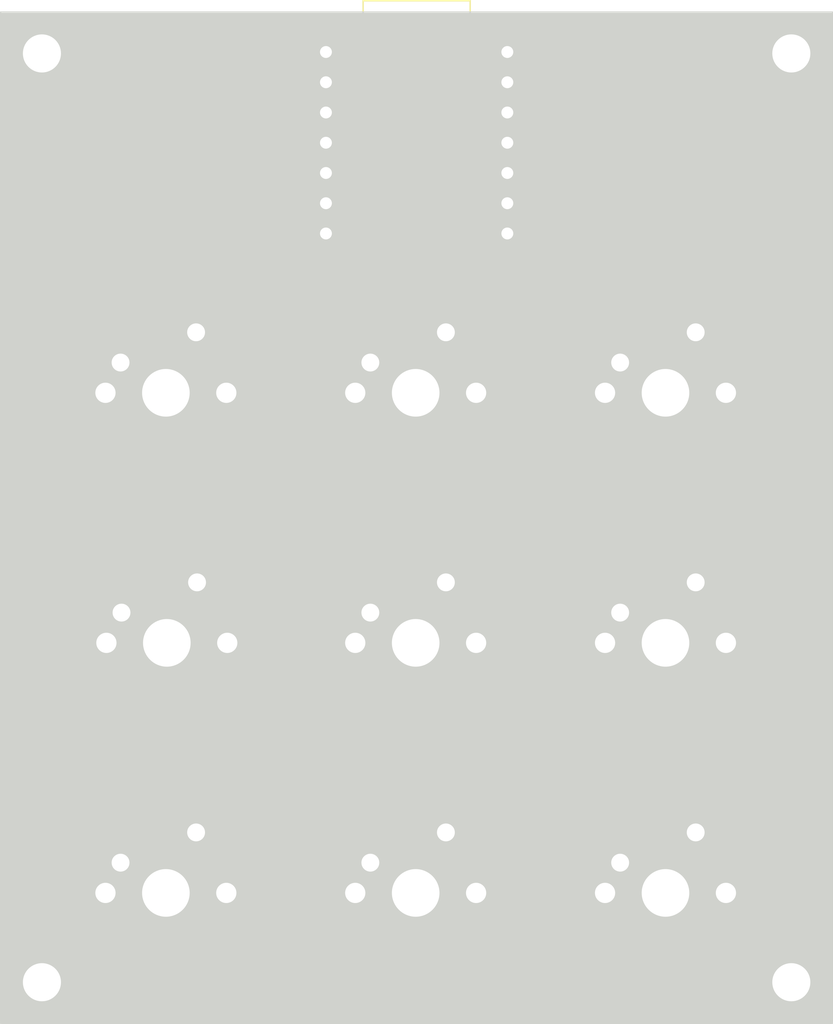
<source format=kicad_pcb>
(kicad_pcb (version 20240108) (generator "pcbnew") (generator_version "8.0")
  (layers (0 "F.Cu" signal) (31 "B.Cu" signal) (34 "B.Paste" user) (35 "F.Paste" user) (36 "B.SilkS" user "B.Silkscreen") (37 "F.SilkS" user "F.Silkscreen") (38 "B.Mask" user) (39 "F.Mask" user) (44 "Edge.Cuts" user))
  (net 0 "")
  (net 1 "GND")
  (net 2 "+5V")
  (net 3 "SW1")
  (net 4 "SW2")
  (net 5 "SW3")
  (net 6 "SW4")
  (net 7 "SW5")
  (net 8 "SW6")
  (net 10 "SW7")
  (net 11 "SW8")
  (net 12 "SW9")
  (footprint "Button_Switch_Keyboard:SW_Cherry_MX_1.00u_PCB" (layer "F.Cu") (at 148.46 104.92)
    (property "Reference" "SW8" (at -2.54 -2.794 0) (layer "F.SilkS"))
    (property "Value" "SW_Push")
    (fp_line (start -9.525 -1.905) (end 4.445 -1.905) (stroke (width 0.12)) (layer "F.SilkS"))
    (fp_line (start -9.525 12.065) (end -9.525 -1.905) (stroke (width 0.12)) (layer "F.SilkS"))
    (fp_line (start 4.445 -1.905) (end 4.445 12.065) (stroke (width 0.12)) (layer "F.SilkS"))
    (fp_line (start 4.445 12.065) (end -9.525 12.065) (stroke (width 0.12)) (layer "F.SilkS"))
    (pad "" np_thru_hole circle (at -7.62 5.08) (size 1.7 1.7) (drill 1.7) (layers "*.Cu" "*.Mask"))
    (pad "" np_thru_hole circle (at -2.54 5.08) (size 4 4) (drill 4) (layers "*.Cu" "*.Mask"))
    (pad "" np_thru_hole circle (at 2.54 5.08) (size 1.7 1.7) (drill 1.7) (layers "*.Cu" "*.Mask"))
    (pad "1" thru_hole circle (at 0 0) (size 2.2 2.2) (drill 1.5) (layers "*.Cu" "*.Mask") (net 11 "SW8"))
    (pad "2" thru_hole circle (at -6.35 2.54) (size 2.2 2.2) (drill 1.5) (layers "*.Cu" "*.Mask") (net 1 "GND"))
  )
  (footprint "Button_Switch_Keyboard:SW_Cherry_MX_1.00u_PCB" (layer "F.Cu") (at 148.46 62.92)
    (property "Reference" "SW2" (at -2.54 -2.794 0) (layer "F.SilkS"))
    (property "Value" "SW_Push")
    (fp_line (start -9.525 -1.905) (end 4.445 -1.905) (stroke (width 0.12)) (layer "F.SilkS"))
    (fp_line (start -9.525 12.065) (end -9.525 -1.905) (stroke (width 0.12)) (layer "F.SilkS"))
    (fp_line (start 4.445 -1.905) (end 4.445 12.065) (stroke (width 0.12)) (layer "F.SilkS"))
    (fp_line (start 4.445 12.065) (end -9.525 12.065) (stroke (width 0.12)) (layer "F.SilkS"))
    (pad "" np_thru_hole circle (at -7.62 5.08) (size 1.7 1.7) (drill 1.7) (layers "*.Cu" "*.Mask"))
    (pad "" np_thru_hole circle (at -2.54 5.08) (size 4 4) (drill 4) (layers "*.Cu" "*.Mask"))
    (pad "" np_thru_hole circle (at 2.54 5.08) (size 1.7 1.7) (drill 1.7) (layers "*.Cu" "*.Mask"))
    (pad "1" thru_hole circle (at 0 0) (size 2.2 2.2) (drill 1.5) (layers "*.Cu" "*.Mask") (net 4 "SW2"))
    (pad "2" thru_hole circle (at -6.35 2.54) (size 2.2 2.2) (drill 1.5) (layers "*.Cu" "*.Mask") (net 1 "GND"))
  )
  (footprint "Button_Switch_Keyboard:SW_Cherry_MX_1.00u_PCB" (layer "F.Cu") (at 127.54 83.92)
    (property "Reference" "SW4" (at -2.54 -2.794 0) (layer "F.SilkS"))
    (property "Value" "SW_Push")
    (fp_line (start -9.525 -1.905) (end 4.445 -1.905) (stroke (width 0.12)) (layer "F.SilkS"))
    (fp_line (start -9.525 12.065) (end -9.525 -1.905) (stroke (width 0.12)) (layer "F.SilkS"))
    (fp_line (start 4.445 -1.905) (end 4.445 12.065) (stroke (width 0.12)) (layer "F.SilkS"))
    (fp_line (start 4.445 12.065) (end -9.525 12.065) (stroke (width 0.12)) (layer "F.SilkS"))
    (pad "" np_thru_hole circle (at -7.62 5.08) (size 1.7 1.7) (drill 1.7) (layers "*.Cu" "*.Mask"))
    (pad "" np_thru_hole circle (at -2.54 5.08) (size 4 4) (drill 4) (layers "*.Cu" "*.Mask"))
    (pad "" np_thru_hole circle (at 2.54 5.08) (size 1.7 1.7) (drill 1.7) (layers "*.Cu" "*.Mask"))
    (pad "1" thru_hole circle (at 0 0) (size 2.2 2.2) (drill 1.5) (layers "*.Cu" "*.Mask") (net 6 "SW4"))
    (pad "2" thru_hole circle (at -6.35 2.54) (size 2.2 2.2) (drill 1.5) (layers "*.Cu" "*.Mask") (net 1 "GND"))
  )
  (footprint "Button_Switch_Keyboard:SW_Cherry_MX_1.00u_PCB" (layer "F.Cu") (at 127.46 104.92)
    (property "Reference" "SW7" (at -2.54 -2.794 0) (layer "F.SilkS"))
    (property "Value" "SW_Push")
    (fp_line (start -9.525 -1.905) (end 4.445 -1.905) (stroke (width 0.12)) (layer "F.SilkS"))
    (fp_line (start -9.525 12.065) (end -9.525 -1.905) (stroke (width 0.12)) (layer "F.SilkS"))
    (fp_line (start 4.445 -1.905) (end 4.445 12.065) (stroke (width 0.12)) (layer "F.SilkS"))
    (fp_line (start 4.445 12.065) (end -9.525 12.065) (stroke (width 0.12)) (layer "F.SilkS"))
    (pad "" np_thru_hole circle (at -7.62 5.08) (size 1.7 1.7) (drill 1.7) (layers "*.Cu" "*.Mask"))
    (pad "" np_thru_hole circle (at -2.54 5.08) (size 4 4) (drill 4) (layers "*.Cu" "*.Mask"))
    (pad "" np_thru_hole circle (at 2.54 5.08) (size 1.7 1.7) (drill 1.7) (layers "*.Cu" "*.Mask"))
    (pad "1" thru_hole circle (at 0 0) (size 2.2 2.2) (drill 1.5) (layers "*.Cu" "*.Mask") (net 10 "SW7"))
    (pad "2" thru_hole circle (at -6.35 2.54) (size 2.2 2.2) (drill 1.5) (layers "*.Cu" "*.Mask") (net 1 "GND"))
  )
  (footprint "MountingHole:MountingHole_3.2mm_M3" (layer "F.Cu") (at 177.5 117.5)
    (property "Reference" "REF**" (hide yes))
    (property "Value" "MountingHole_3.2mm_M3" (hide yes))
    (pad "" np_thru_hole circle (at 0 0) (size 3.2 3.2) (drill 3.2) (layers "*.Cu" "*.Mask"))
  )
  (footprint "MountingHole:MountingHole_3.2mm_M3" (layer "F.Cu") (at 114.5 39.5)
    (property "Reference" "REF**" (hide yes))
    (property "Value" "MountingHole_3.2mm_M3" (hide yes))
    (pad "" np_thru_hole circle (at 0 0) (size 3.2 3.2) (drill 3.2) (layers "*.Cu" "*.Mask"))
  )
  (footprint "MountingHole:MountingHole_3.2mm_M3" (layer "F.Cu") (at 177.5 39.5)
    (property "Reference" "REF**" (hide yes))
    (property "Value" "MountingHole_3.2mm_M3" (hide yes))
    (pad "" np_thru_hole circle (at 0 0) (size 3.2 3.2) (drill 3.2) (layers "*.Cu" "*.Mask"))
  )
  (footprint "Button_Switch_Keyboard:SW_Cherry_MX_1.00u_PCB" (layer "F.Cu") (at 169.46 83.92)
    (property "Reference" "SW6" (at -2.54 -2.794 0) (layer "F.SilkS"))
    (property "Value" "SW_Push")
    (fp_line (start -9.525 -1.905) (end 4.445 -1.905) (stroke (width 0.12)) (layer "F.SilkS"))
    (fp_line (start -9.525 12.065) (end -9.525 -1.905) (stroke (width 0.12)) (layer "F.SilkS"))
    (fp_line (start 4.445 -1.905) (end 4.445 12.065) (stroke (width 0.12)) (layer "F.SilkS"))
    (fp_line (start 4.445 12.065) (end -9.525 12.065) (stroke (width 0.12)) (layer "F.SilkS"))
    (pad "" np_thru_hole circle (at -7.62 5.08) (size 1.7 1.7) (drill 1.7) (layers "*.Cu" "*.Mask"))
    (pad "" np_thru_hole circle (at -2.54 5.08) (size 4 4) (drill 4) (layers "*.Cu" "*.Mask"))
    (pad "" np_thru_hole circle (at 2.54 5.08) (size 1.7 1.7) (drill 1.7) (layers "*.Cu" "*.Mask"))
    (pad "1" thru_hole circle (at 0 0) (size 2.2 2.2) (drill 1.5) (layers "*.Cu" "*.Mask") (net 8 "SW6"))
    (pad "2" thru_hole circle (at -6.35 2.54) (size 2.2 2.2) (drill 1.5) (layers "*.Cu" "*.Mask") (net 1 "GND"))
  )
  (footprint "Button_Switch_Keyboard:SW_Cherry_MX_1.00u_PCB" (layer "F.Cu") (at 169.46 62.92)
    (property "Reference" "SW3" (at -2.54 -2.794 0) (layer "F.SilkS"))
    (property "Value" "SW_Push")
    (fp_line (start -9.525 -1.905) (end 4.445 -1.905) (stroke (width 0.12)) (layer "F.SilkS"))
    (fp_line (start -9.525 12.065) (end -9.525 -1.905) (stroke (width 0.12)) (layer "F.SilkS"))
    (fp_line (start 4.445 -1.905) (end 4.445 12.065) (stroke (width 0.12)) (layer "F.SilkS"))
    (fp_line (start 4.445 12.065) (end -9.525 12.065) (stroke (width 0.12)) (layer "F.SilkS"))
    (pad "" np_thru_hole circle (at -7.62 5.08) (size 1.7 1.7) (drill 1.7) (layers "*.Cu" "*.Mask"))
    (pad "" np_thru_hole circle (at -2.54 5.08) (size 4 4) (drill 4) (layers "*.Cu" "*.Mask"))
    (pad "" np_thru_hole circle (at 2.54 5.08) (size 1.7 1.7) (drill 1.7) (layers "*.Cu" "*.Mask"))
    (pad "1" thru_hole circle (at 0 0) (size 2.2 2.2) (drill 1.5) (layers "*.Cu" "*.Mask") (net 5 "SW3"))
    (pad "2" thru_hole circle (at -6.35 2.54) (size 2.2 2.2) (drill 1.5) (layers "*.Cu" "*.Mask") (net 1 "GND"))
  )
  (footprint "MountingHole:MountingHole_3.2mm_M3" (layer "F.Cu") (at 114.5 117.5)
    (property "Reference" "REF**" (hide yes))
    (property "Value" "MountingHole_3.2mm_M3" (hide yes))
    (pad "" np_thru_hole circle (at 0 0) (size 3.2 3.2) (drill 3.2) (layers "*.Cu" "*.Mask"))
  )
  (footprint "Button_Switch_Keyboard:SW_Cherry_MX_1.00u_PCB" (layer "F.Cu") (at 127.46 62.92)
    (property "Reference" "SW1" (at -2.54 -2.794 0) (layer "F.SilkS"))
    (property "Value" "SW_Push")
    (fp_line (start -9.525 -1.905) (end 4.445 -1.905) (stroke (width 0.12)) (layer "F.SilkS"))
    (fp_line (start -9.525 12.065) (end -9.525 -1.905) (stroke (width 0.12)) (layer "F.SilkS"))
    (fp_line (start 4.445 -1.905) (end 4.445 12.065) (stroke (width 0.12)) (layer "F.SilkS"))
    (fp_line (start 4.445 12.065) (end -9.525 12.065) (stroke (width 0.12)) (layer "F.SilkS"))
    (pad "" np_thru_hole circle (at -7.62 5.08) (size 1.7 1.7) (drill 1.7) (layers "*.Cu" "*.Mask"))
    (pad "" np_thru_hole circle (at -2.54 5.08) (size 4 4) (drill 4) (layers "*.Cu" "*.Mask"))
    (pad "" np_thru_hole circle (at 2.54 5.08) (size 1.7 1.7) (drill 1.7) (layers "*.Cu" "*.Mask"))
    (pad "1" thru_hole circle (at 0 0) (size 2.2 2.2) (drill 1.5) (layers "*.Cu" "*.Mask") (net 3 "SW1"))
    (pad "2" thru_hole circle (at -6.35 2.54) (size 2.2 2.2) (drill 1.5) (layers "*.Cu" "*.Mask") (net 1 "GND"))
  )
  (footprint "Button_Switch_Keyboard:SW_Cherry_MX_1.00u_PCB" (layer "F.Cu") (at 169.46 104.92)
    (property "Reference" "SW9" (at -2.54 -2.794 0) (layer "F.SilkS"))
    (property "Value" "SW_Push")
    (fp_line (start -9.525 -1.905) (end 4.445 -1.905) (stroke (width 0.12)) (layer "F.SilkS"))
    (fp_line (start -9.525 12.065) (end -9.525 -1.905) (stroke (width 0.12)) (layer "F.SilkS"))
    (fp_line (start 4.445 -1.905) (end 4.445 12.065) (stroke (width 0.12)) (layer "F.SilkS"))
    (fp_line (start 4.445 12.065) (end -9.525 12.065) (stroke (width 0.12)) (layer "F.SilkS"))
    (pad "" np_thru_hole circle (at -7.62 5.08) (size 1.7 1.7) (drill 1.7) (layers "*.Cu" "*.Mask"))
    (pad "" np_thru_hole circle (at -2.54 5.08) (size 4 4) (drill 4) (layers "*.Cu" "*.Mask"))
    (pad "" np_thru_hole circle (at 2.54 5.08) (size 1.7 1.7) (drill 1.7) (layers "*.Cu" "*.Mask"))
    (pad "1" thru_hole circle (at 0 0) (size 2.2 2.2) (drill 1.5) (layers "*.Cu" "*.Mask") (net 12 "SW9"))
    (pad "2" thru_hole circle (at -6.35 2.54) (size 2.2 2.2) (drill 1.5) (layers "*.Cu" "*.Mask") (net 1 "GND"))
  )
  (footprint "LOGO" (layer "F.Cu") (at 167 48.5)
    (property "Reference" "G***" (hide yes))
    (property "Value" "LOGO" (hide yes))
    (fp_poly (pts (xy 0.3267 -9.943047) (xy 0.521918 -9.895943) (xy 0.613966 -9.851772) (xy 0.795317 -9.754938) (xy 1.05631 -9.611039) (xy 1.387287 -9.425668) (xy 1.778587 -9.204423) (xy 2.220551 -8.952898) (xy 2.70352 -8.67669) (xy 3.217834 -8.381394) (xy 3.753834 -8.072605) (xy 4.301859 -7.75592) (xy 4.852251 -7.436934) (xy 5.395349 -7.121242) (xy 5.921495 -6.814441) (xy 6.421028 -6.522126) (xy 6.88429 -6.249892) (xy 7.301619 -6.003336) (xy 7.663358 -5.788053) (xy 7.959846 -5.609639) (xy 8.181425 -5.47369) (xy 8.318433 -5.3858) (xy 8.358263 -5.356438) (xy 8.473327 -5.221817) (xy 8.603309 -5.034275) (xy 8.677213 -4.910506) (xy 8.843608 -4.610274) (xy 8.85949 -0.09162) (xy 8.862657 0.772266) (xy 8.865254 1.528118) (xy 8.866627 2.183882) (xy 8.866122 2.747508) (xy 8.863085 3.226941) (xy 8.856862 3.63013) (xy 8.846802 3.965021) (xy 8.832249 4.239562) (xy 8.812551 4.461701) (xy 8.787053 4.639385) (xy 8.755103 4.780561) (xy 8.716046 4.893177) (xy 8.669229 4.98518) (xy 8.614 5.064517) (xy 8.549703 5.139136) (xy 8.475686 5.216985) (xy 8.417981 5.2774) (xy 8.351027 5.34131) (xy 8.257174 5.41738) (xy 8.129703 5.509699) (xy 7.961891 5.622357) (xy 7.747018 5.759444) (xy 7.478363 5.925049) (xy 7.149205 6.123263) (xy 6.752823 6.358175) (xy 6.282495 6.633875) (xy 5.731502 6.954453) (xy 5.093121 7.323999) (xy 4.360632 7.746602) (xy 4.352288 7.75141) (xy 0.556859 9.938439) (xy 0.089959 9.954806) (xy -0.150838 9.956685) (xy -0.362811 9.946755) (xy -0.50616 9.927112) (xy -0.521918 9.922601) (xy -0.594701 9.88631) (xy -0.759683 9.796587) (xy -1.008672 9.65808) (xy -1.333475 9.475438) (xy -1.725899 9.253309) (xy -2.177753 8.996343) (xy -2.680844 8.709188) (xy -3.226979 8.396492) (xy -3.807968 8.062904) (xy -4.407306 7.717864) (xy -5.137298 7.296519) (xy -5.773095 6.928247) (xy -6.321416 6.608956) (xy -6.788982 6.334557) (xy -7.182511 6.100957) (xy -7.508724 5.904066) (xy -7.774341 5.739791) (xy -7.986082 5.604042) (xy -8.150667 5.492728) (xy -8.274816 5.401757) (xy -8.365248 5.327038) (xy -8.41798 5.276059) (xy -8.499156 5.191663) (xy -8.570156 5.115981) (xy -8.631636 5.041067) (xy -8.684247 4.95898) (xy -8.728645 4.861776) (xy -8.765481 4.74151) (xy -8.795409 4.59024) (xy -8.819084 4.400022) (xy -8.837157 4.162913) (xy -8.850283 3.870969) (xy -8.859115 3.516246) (xy -8.864306 3.090801) (xy -8.866509 2.586691) (xy -8.866379 1.995971) (xy -8.864568 1.310699) (xy -8.86173 0.522931) (xy -8.860554 0.200428) (xy -5.907306 0.200428) (xy -5.873029 0.759474) (xy -5.810862 1.166696) (xy -5.591086 1.951001) (xy -5.27039 2.687973) (xy -4.856947 3.36965) (xy -4.358934 3.988068) (xy -3.784524 4.535265) (xy -3.141892 5.003276) (xy -2.439213 5.38414) (xy -1.684661 5.669892) (xy -1.024458 5.8292) (xy -0.552038 5.887224) (xy -0.022484 5.90655) (xy 0.51201 5.887196) (xy 0.999247 5.829178) (xy 1.002977 5.828529) (xy 1.759097 5.641779) (xy 2.488631 5.354685) (xy 3.176576 4.977073) (xy 3.807928 4.518767) (xy 4.367686 3.989594) (xy 4.840845 3.39938) (xy 4.939377 3.250483) (xy 5.023694 3.098567) (xy 5.06389 2.985804) (xy 5.059798 2.949321) (xy 4.999308 2.909278) (xy 4.852648 2.819851) (xy 4.634148 2.689545) (xy 4.358139 2.526867) (xy 4.038952 2.340323) (xy 3.799184 2.201069) (xy 2.582157 1.496014) (xy 2.438897 1.690359) (xy 2.083809 2.089114) (xy 1.657033 2.432207) (xy 1.186434 2.701319) (xy 0.699877 2.878132) (xy 0.595136 2.902477) (xy 0.044636 2.960755) (xy -0.500091 2.91293) (xy -1.023949 2.766897) (xy -1.511841 2.530552) (xy -1.948669 2.211791) (xy -2.319336 1.818511) (xy -2.608746 1.358607) (xy -2.687021 1.185867) (xy -2.866434 0.609804) (xy -2.931044 0.0379) (xy -2.901889 -0.289955) (xy 3.943379 -0.289955) (xy 3.943379 0.028995) (xy 3.943379 0.347945) (xy 4.262329 0.347945) (xy 4.581279 0.347945) (xy 4.581279 0.666895) (xy 4.581279 0.985844) (xy 4.929224 0.985844) (xy 5.277169 0.985844) (xy 5.277169 0.666895) (xy 5.277169 0.347945) (xy 5.596119 0.347945) (xy 5.915069 0.347945) (xy 5.915069 0.028995) (xy 5.915069 -0.283893) (xy 6.436987 -0.283893) (xy 6.436987 0.032026) (xy 6.436987 0.347945) (xy 6.755936 0.347945) (xy 7.074886 0.347945) (xy 7.074886 0.666895) (xy 7.074886 0.985844) (xy 7.393836 0.985844) (xy 7.712786 0.985844) (xy 7.712786 0.666895) (xy 7.712786 0.347945) (xy 8.031735 0.347945) (xy 8.350685 0.347945) (xy 8.350685 0.032026) (xy 8.350685 -0.283893) (xy 8.046233 -0.301422) (xy 7.741781 -0.31895) (xy 7.724389 -0.652398) (xy 7.706998 -0.985845) (xy 7.393836 -0.985845) (xy 7.080674 -0.985845) (xy 7.063282 -0.652398) (xy 7.045891 -0.31895) (xy 6.741439 -0.301422) (xy 6.436987 -0.283893) (xy 5.915069 -0.283893) (xy 5.915069 -0.289955) (xy 5.596119 -0.289955) (xy 5.277169 -0.289955) (xy 5.277169 -0.6379) (xy 5.277169 -0.985845) (xy 4.929224 -0.985845) (xy 4.581279 -0.985845) (xy 4.581279 -0.6379) (xy 4.581279 -0.289955) (xy 4.262329 -0.289955) (xy 3.943379 -0.289955) (xy -2.901889 -0.289955) (xy -2.880936 -0.52558) (xy -2.716192 -1.07637) (xy -2.639734 -1.248295) (xy -2.336108 -1.754046) (xy -1.956521 -2.175014) (xy -1.509573 -2.505799) (xy -1.003863 -2.740997) (xy -0.44799 -2.875209) (xy 0 -2.906348) (xy 0.585566 -2.854334) (xy 1.124623 -2.697428) (xy 1.619649 -2.434333) (xy 2.073119 -2.063752) (xy 2.464695 -1.614923) (xy 2.580594 -1.461125) (xy 3.841895 -2.194369) (xy 4.186219 -2.396335) (xy 4.494727 -2.580737) (xy 4.753963 -2.739251) (xy 4.950474 -2.863553) (xy 5.070806 -2.945318) (xy 5.103197 -2.974751) (xy 5.07255 -3.043027) (xy 4.992121 -3.177181) (xy 4.879173 -3.348455) (xy 4.876637 -3.352155) (xy 4.376439 -3.980809) (xy 3.796344 -4.53228) (xy 3.1482 -5.000341) (xy 2.443853 -5.378765) (xy 1.69515 -5.661328) (xy 0.913937 -5.841803) (xy 0.112061 -5.913964) (xy 0 -5.915069) (xy -0.806994 -5.858248) (xy -1.593812 -5.691809) (xy -2.349 -5.421787) (xy -3.061106 -5.054216) (xy -3.718677 -4.595132) (xy -4.31026 -4.050569) (xy -4.824402 -3.426562) (xy -4.883815 -3.341585) (xy -5.123264 -2.948551) (xy -5.356256 -2.487795) (xy -5.561267 -2.006591) (xy -5.716777 -1.552217) (xy -5.74503 -1.449772) (xy -5.842187 -0.948675) (xy -5.896652 -0.383782) (xy -5.907306 0.200428) (xy -8.860554 0.200428) (xy -8.859489 -0.09162) (xy -8.843607 -4.610274) (xy -8.677213 -4.910506) (xy -8.556825 -5.10487) (xy -8.428075 -5.278571) (xy -8.358263 -5.355283) (xy -8.283814 -5.407414) (xy -8.118276 -5.511404) (xy -7.871306 -5.661659) (xy -7.552565 -5.852581) (xy -7.171712 -6.078574) (xy -6.738406 -6.334041) (xy -6.262307 -6.613387) (xy -5.753075 -6.911016) (xy -5.220368 -7.221329) (xy -4.673847 -7.538732) (xy -4.12317 -7.857628) (xy -3.577998 -8.172421) (xy -3.047989 -8.477513) (xy -2.542803 -8.76731) (xy -2.0721 -9.036214) (xy -1.645538 -9.278629) (xy -1.272778 -9.488959) (xy -0.963478 -9.661608) (xy -0.727299 -9.790979) (xy -0.573899 -9.871475) (xy -0.521918 -9.895397) (xy -0.271812 -9.950507) (xy 0.030159 -9.966401)) (fill solid) (layer "F.SilkS"))
  )
  (footprint "LOGO" (layer "F.Cu") (at 121 49.5)
    (property "Reference" "G***" (hide yes))
    (property "Value" "LOGO" (hide yes))
    (fp_poly (pts (xy 7.377035 3.004282) (xy 7.471725 3.027159) (xy 7.529886 3.056456) (xy 7.59765 3.130946) (xy 7.601955 3.204851) (xy 7.55015 3.26803) (xy 7.449582 3.310345) (xy 7.33718 3.322362) (xy 7.177354 3.322362) (xy 7.201527 3.188396) (xy 7.221 3.094553) (xy 7.238294 3.033467) (xy 7.240978 3.027637) (xy 7.290513 3.003483)) (fill solid) (layer "F.SilkS"))
    (fp_poly (pts (xy 7.42173 2.481471) (xy 7.52474 2.511408) (xy 7.602173 2.552861) (xy 7.609283 2.5592) (xy 7.640173 2.602258) (xy 7.622324 2.642518) (xy 7.578532 2.681629) (xy 7.481505 2.733019) (xy 7.390979 2.750773) (xy 7.325397 2.744997) (xy 7.295789 2.714219) (xy 7.287977 2.638262) (xy 7.287764 2.6039) (xy 7.287764 2.457027)) (fill solid) (layer "F.SilkS"))
    (fp_poly (pts (xy 0.883153 -0.700627) (xy 0.878216 -0.661021) (xy 0.844213 -0.581657) (xy 0.792131 -0.481945) (xy 0.732955 -0.381296) (xy 0.677672 -0.299118) (xy 0.637268 -0.254822) (xy 0.62913 -0.251823) (xy 0.576226 -0.272215) (xy 0.495499 -0.320455) (xy 0.475926 -0.333938) (xy 0.362399 -0.414302) (xy 0.614362 -0.565879) (xy 0.732008 -0.633621) (xy 0.824763 -0.68135) (xy 0.87729 -0.701377)) (fill solid) (layer "F.SilkS"))
    (fp_poly (pts (xy -9.538165 -5.597507) (xy -9.52021 -5.564065) (xy -9.527401 -5.51668) (xy -9.538984 -5.408987) (xy -9.553936 -5.251924) (xy -9.571236 -5.056428) (xy -9.589859 -4.833433) (xy -9.597888 -4.733474) (xy -9.61971 -4.410448) (xy -9.637223 -4.052528) (xy -9.650425 -3.670266) (xy -9.659313 -3.27421) (xy -9.663883 -2.87491) (xy -9.664133 -2.482917) (xy -9.66006 -2.10878) (xy -9.651662 -1.763049) (xy -9.638935 -1.456274) (xy -9.621876 -1.199005) (xy -9.600484 -1.00179) (xy -9.598885 -0.990912) (xy -9.54049 -0.656181) (xy -9.471417 -0.372298) (xy -9.385553 -0.118809) (xy -9.276785 0.12474) (xy -9.249382 0.178621) (xy -9.033973 0.533868) (xy -8.7888 0.827509) (xy -8.563534 1.023035) (xy -8.341631 1.186514) (xy -8.319377 0.98921) (xy -8.102995 0.98921) (xy -8.09066 1.150715) (xy -8.039225 1.258861) (xy -7.914623 1.359999) (xy -7.732162 1.423344) (xy -7.494754 1.44867) (xy -7.20531 1.435756) (xy -6.866744 1.384378) (xy -6.741585 1.358247) (xy -6.598198 1.325044) (xy -6.481025 1.295333) (xy -6.407956 1.273762) (xy -6.394363 1.268033) (xy -6.396072 1.23106) (xy -6.433413 1.154934) (xy -6.491281 1.066295) (xy -6.565943 0.946694) (xy -6.322357 0.946694) (xy -6.199349 1.125316) (xy -6.103658 1.276473) (xy -6.055905 1.389943) (xy -6.05441 1.479449) (xy -6.097492 1.558714) (xy -6.14073 1.603994) (xy -6.227343 1.717807) (xy -6.25099 1.827268) (xy -6.216007 1.91942) (xy -6.126732 1.981301) (xy -6.008067 2.000429) (xy -5.885068 1.98062) (xy -5.766064 1.932774) (xy -5.760222 1.929307) (xy -5.622919 1.810303) (xy -5.537025 1.661371) (xy -5.505286 1.498138) (xy -5.53045 1.336236) (xy -5.615262 1.191294) (xy -5.628083 1.177335) (xy -5.734352 1.095184) (xy -5.877897 1.020311) (xy -6.031997 0.963581) (xy -6.05259 0.959442) (xy -5.554116 0.959442) (xy -5.519 0.949636) (xy -5.442235 0.893857) (xy -5.417045 0.872285) (xy -5.357126 0.80955) (xy -5.335269 0.765361) (xy -5.33781 0.759142) (xy -5.374164 0.767966) (xy -5.439628 0.816869) (xy -5.475211 0.850285) (xy -5.541536 0.925562) (xy -5.554116 0.959442) (xy -6.05259 0.959442) (xy -6.169932 0.935858) (xy -6.22177 0.935959) (xy -6.322357 0.946694) (xy -6.565943 0.946694) (xy -6.569678 0.940711) (xy -6.591043 0.852512) (xy -6.552344 0.792295) (xy -6.450548 0.750659) (xy -6.384683 0.735744) (xy -6.229037 0.722072) (xy -6.055411 0.744595) (xy -6.005221 0.756096) (xy -5.789576 0.808778) (xy -5.645848 0.66233) (xy -5.50212 0.515882) (xy -5.596301 0.377282) (xy -5.638654 0.303656) (xy -5.393525 0.303656) (xy -5.270517 0.482278) (xy -5.174826 0.633435) (xy -5.127073 0.746905) (xy -5.125578 0.836411) (xy -5.16866 0.915676) (xy -5.211897 0.960956) (xy -5.29851 1.074769) (xy -5.322157 1.18423) (xy -5.287174 1.276382) (xy -5.197899 1.338263) (xy -5.079234 1.357391) (xy -4.956235 1.337582) (xy -4.837232 1.289736) (xy -4.831389 1.286269) (xy -4.694086 1.167265) (xy -4.608192 1.018333) (xy -4.576454 0.855101) (xy -4.601617 0.693198) (xy -4.686429 0.548256) (xy -4.699251 0.534297) (xy -4.805519 0.452146) (xy -4.949064 0.377273) (xy -5.103165 0.320543) (xy -5.2411 0.29282) (xy -5.292938 0.292921) (xy -5.393525 0.303656) (xy -5.638654 0.303656) (xy -5.654834 0.275529) (xy -5.665538 0.207516) (xy -5.655799 0.183698) (xy -5.654478 0.182654) (xy -4.804922 0.182654) (xy -4.715611 0.251292) (xy -4.646969 0.301217) (xy -4.600722 0.312137) (xy -4.548671 0.28152) (xy -4.490324 0.231063) (xy -4.426421 0.170256) (xy -4.410491 0.125104) (xy -4.436622 0.064347) (xy -4.453371 0.035708) (xy -4.50104 -0.035841) (xy -4.53492 -0.070771) (xy -4.537684 -0.071449) (xy -4.572578 -0.047963) (xy -4.638195 0.01192) (xy -4.68181 0.055602) (xy -4.804922 0.182654) (xy -5.654478 0.182654) (xy -5.577551 0.121875) (xy -5.446002 0.087389) (xy -5.275089 0.083415) (xy -5.231868 0.087131) (xy -5.138304 0.09485) (xy -5.071779 0.087575) (xy -5.011579 0.055638) (xy -4.936987 -0.01063) (xy -4.862521 -0.085248) (xy -4.766756 -0.185249) (xy -4.715141 -0.251019) (xy -4.699728 -0.297228) (xy -4.712573 -0.338541) (xy -4.713072 -0.339382) (xy -4.464692 -0.339382) (xy -4.341684 -0.16076) (xy -4.245993 -0.009603) (xy -4.19824 0.103867) (xy -4.196745 0.193373) (xy -4.239827 0.272638) (xy -4.283065 0.317918) (xy -4.369678 0.431731) (xy -4.393325 0.541192) (xy -4.358342 0.633344) (xy -4.269066 0.695225) (xy -4.150401 0.714353) (xy -4.027402 0.694544) (xy -3.908399 0.646698) (xy -3.902556 0.643231) (xy -3.765253 0.524227) (xy -3.679359 0.375295) (xy -3.647621 0.212063) (xy -3.672785 0.05016) (xy -3.757597 -0.094782) (xy -3.770418 -0.108741) (xy -3.876687 -0.190892) (xy -4.020232 -0.265765) (xy -4.174332 -0.322495) (xy -4.312267 -0.350218) (xy -4.364105 -0.350117) (xy -4.464692 -0.339382) (xy -4.713072 -0.339382) (xy -4.719221 -0.349748) (xy -4.741933 -0.432475) (xy -4.69644 -0.496801) (xy -4.622028 -0.526438) (xy -4.06631 -0.526438) (xy -3.881889 -0.43291) (xy -3.697468 -0.339382) (xy -3.654424 -0.428692) (xy -3.629986 -0.514459) (xy -3.613651 -0.638326) (xy -3.609768 -0.723418) (xy -3.612963 -0.833775) (xy -3.622893 -0.908339) (xy -3.633914 -0.928833) (xy -3.66966 -0.905369) (xy -3.741641 -0.843075) (xy -3.836029 -0.754095) (xy -3.862991 -0.727635) (xy -4.06631 -0.526438) (xy -4.622028 -0.526438) (xy -4.583854 -0.541642) (xy -4.507275 -0.555793) (xy -4.428557 -0.571359) (xy -4.358259 -0.599831) (xy -4.282265 -0.650797) (xy -4.18646 -0.733848) (xy -4.056729 -0.858575) (xy -4.04578 -0.869343) (xy -3.929263 -0.987422) (xy -3.834493 -1.089903) (xy -3.771724 -1.165255) (xy -3.767673 -1.172211) (xy -1.857665 -1.172211) (xy -1.83229 -1.073439) (xy -1.761622 -1.021416) (xy -1.653848 -1.01551) (xy -1.517154 -1.055088) (xy -1.359724 -1.139519) (xy -1.24879 -1.219228) (xy -1.064117 -1.365204) (xy -0.89132 -1.195005) (xy -0.718524 -1.024806) (xy -0.899709 -0.765302) (xy -0.991376 -0.627633) (xy -1.043456 -0.530644) (xy -1.062323 -0.460315) (xy -1.058426 -0.416274) (xy -1.007551 -0.333005) (xy -0.913225 -0.303023) (xy -0.780293 -0.326964) (xy -0.684435 -0.36727) (xy -0.629443 -0.410145) (xy -0.539103 -0.497917) (xy -0.422907 -0.619854) (xy -0.290342 -0.765224) (xy -0.150898 -0.923295) (xy -0.014065 -1.083335) (xy 0.110668 -1.234612) (xy 0.213811 -1.366393) (xy 0.277442 -1.455096) (xy 0.345114 -1.561519) (xy 0.376589 -1.632306) (xy 0.378 -1.689378) (xy 0.358931 -1.74642) (xy 0.300041 -1.834394) (xy 0.216278 -1.867371) (xy 0.103888 -1.844437) (xy -0.040884 -1.764677) (xy -0.221792 -1.62718) (xy -0.258509 -1.596206) (xy -0.45189 -1.430996) (xy -0.587754 -1.570133) (xy -0.723617 -1.70927) (xy -0.629741 -1.897655) (xy -0.563053 -2.06912) (xy -0.534231 -2.229932) (xy -0.541795 -2.368146) (xy -0.584265 -2.471817) (xy -0.660159 -2.528999) (xy -0.708915 -2.536428) (xy -0.773394 -2.531117) (xy -0.831235 -2.509117) (xy -0.892579 -2.461331) (xy -0.967564 -2.37866) (xy -1.066332 -2.252005) (xy -1.146854 -2.14346) (xy -1.264884 -1.988511) (xy -1.392623 -1.829803) (xy -1.509487 -1.692608) (xy -1.554263 -1.64332) (xy -1.689457 -1.494202) (xy -1.77944 -1.380929) (xy -1.83199 -1.291419) (xy -1.854889 -1.213591) (xy -1.857665 -1.172211) (xy -3.767673 -1.172211) (xy -3.751054 -1.200751) (xy -3.779276 -1.256764) (xy -3.851927 -1.332801) (xy -3.950987 -1.414177) (xy -4.058436 -1.486204) (xy -4.156253 -1.534194) (xy -4.16304 -1.536528) (xy -4.346648 -1.567082) (xy -4.578193 -1.556622) (xy -4.848428 -1.506965) (xy -5.148105 -1.419933) (xy -5.467976 -1.297344) (xy -5.54089 -1.265447) (xy -5.925787 -1.079822) (xy -6.301453 -0.87304) (xy -6.660126 -0.65098) (xy -6.994042 -0.419521) (xy -7.29544 -0.184541) (xy -7.556556 0.04808) (xy -7.769627 0.272463) (xy -7.926891 0.48273) (xy -7.984237 0.584949) (xy -8.067224 0.796983) (xy -8.102995 0.98921) (xy -8.319377 0.98921) (xy -8.316219 0.961207) (xy -8.250864 0.688722) (xy -8.116685 0.409416) (xy -7.91573 0.125557) (xy -7.650045 -0.160589) (xy -7.321675 -0.446756) (xy -6.932667 -0.730675) (xy -6.596251 -0.944441) (xy -6.114214 -1.218828) (xy -5.673847 -1.437469) (xy -5.272922 -1.60099) (xy -4.909211 -1.710016) (xy -4.580485 -1.765174) (xy -4.284517 -1.767089) (xy -4.019078 -1.716388) (xy -3.942361 -1.689976) (xy -3.928778 -1.70707) (xy -3.951115 -1.780153) (xy -4.007186 -1.904779) (xy -4.094806 -2.076499) (xy -4.211787 -2.290864) (xy -4.355943 -2.543429) (xy -4.393547 -2.607877) (xy -4.530036 -2.848117) (xy -4.639834 -3.062173) (xy -4.726047 -3.262767) (xy -4.791781 -3.462623) (xy -4.840143 -3.674465) (xy -4.874241 -3.911016) (xy -4.89718 -4.185001) (xy -4.912066 -4.509142) (xy -4.919072 -4.760268) (xy -4.938844 -5.60872) (xy -4.827228 -5.60872) (xy -4.715611 -5.60872) (xy -4.715611 -4.991539) (xy -4.708033 -4.548125) (xy -4.684094 -4.164978) (xy -4.64199 -3.83241) (xy -4.579918 -3.540739) (xy -4.496071 -3.280278) (xy -4.388647 -3.041342) (xy -4.333485 -2.940603) (xy -4.150783 -2.62153) (xy -4.001965 -2.35526) (xy -3.883022 -2.134021) (xy -3.789947 -1.950042) (xy -3.718731 -1.795552) (xy -3.665366 -1.66278) (xy -3.646012 -1.607762) (xy -3.552353 -1.32862) (xy -2.511114 -2.325492) (xy -1.469874 -3.322363) (xy -1.261871 -3.322113) (xy -1.015769 -3.301059) (xy -0.729724 -3.241986) (xy -0.420579 -3.150235) (xy -0.10518 -3.031144) (xy 0.199628 -2.890052) (xy 0.340544 -2.814203) (xy 0.829012 -2.507626) (xy 1.32033 -2.139785) (xy 1.817122 -1.70841) (xy 2.32201 -1.211231) (xy 2.809036 -0.678763) (xy 3.156141 -0.298068) (xy 3.487341 0.028429) (xy 3.816283 0.311581) (xy 4.156611 0.562243) (xy 4.521969 0.791268) (xy 4.926002 1.009511) (xy 4.940775 1.016968) (xy 5.600774 1.310358) (xy 6.297624 1.545058) (xy 7.024834 1.71918) (xy 7.716456 1.8244) (xy 7.912446 1.841151) (xy 8.154988 1.854004) (xy 8.426714 1.862785) (xy 8.710259 1.867321) (xy 8.988255 1.867439) (xy 9.243335 1.862966) (xy 9.458133 1.853729) (xy 9.587123 1.84304) (xy 9.729509 1.831588) (xy 9.806281 1.836532) (xy 9.819331 1.851295) (xy 9.788394 1.884191) (xy 9.710506 1.953427) (xy 9.59489 2.051189) (xy 9.450768 2.169666) (xy 9.306189 2.286048) (xy 9.143509 2.416027) (xy 8.999773 2.531342) (xy 8.884502 2.624317) (xy 8.807218 2.687275) (xy 8.778154 2.711786) (xy 8.80034 2.733878) (xy 8.878633 2.779528) (xy 9.00358 2.843889) (xy 9.165728 2.922112) (xy 9.355627 3.009349) (xy 9.376537 3.01872) (xy 9.570866 3.106784) (xy 9.740645 3.185963) (xy 9.875865 3.251401) (xy 9.966515 3.298246) (xy 10.002585 3.321645) (xy 10.002813 3.322387) (xy 9.969928 3.343586) (xy 9.878001 3.379766) (xy 9.737124 3.427874) (xy 9.557391 3.484854) (xy 9.348892 3.547651) (xy 9.121722 3.61321) (xy 8.885971 3.678476) (xy 8.651733 3.740394) (xy 8.476434 3.784434) (xy 7.840133 3.9257) (xy 7.213954 4.036815) (xy 6.607313 4.116884) (xy 6.029623 4.165011) (xy 5.490297 4.180302) (xy 4.998751 4.161863) (xy 4.758614 4.137831) (xy 4.409053 4.078295) (xy 4.052248 3.984908) (xy 3.678936 3.854157) (xy 3.27985 3.682531) (xy 2.845727 3.466519) (xy 2.519914 3.289195) (xy 2.251103 3.135067) (xy 1.996167 2.980963) (xy 1.7476 2.821322) (xy 1.497898 2.650581) (xy 1.464867 2.62662) (xy 3.643882 2.62662) (xy 3.663146 2.822631) (xy 3.724606 2.967518) (xy 3.833769 3.071461) (xy 3.905253 3.110039) (xy 4.074109 3.167752) (xy 4.210478 3.169548) (xy 4.230557 3.160643) (xy 4.664873 3.160643) (xy 4.673612 3.228818) (xy 4.711128 3.281561) (xy 4.788102 3.325027) (xy 4.915217 3.365376) (xy 5.090718 3.406123) (xy 5.279226 3.442767) (xy 5.411467 3.458713) (xy 5.499514 3.454111) (xy 5.555439 3.429112) (xy 5.572619 3.412128) (xy 5.606737 3.357223) (xy 5.603419 3.310976) (xy 5.555563 3.268647) (xy 5.456071 3.225496) (xy 5.297844 3.176784) (xy 5.167857 3.1419) (xy 5.089867 3.119962) (xy 5.038817 3.094357) (xy 5.014203 3.053891) (xy 5.015523 2.98737) (xy 5.018499 2.975824) (xy 5.787486 2.975824) (xy 5.815585 3.176488) (xy 5.896775 3.338439) (xy 6.025851 3.453755) (xy 6.131816 3.499613) (xy 6.246735 3.517709) (xy 6.347745 3.49101) (xy 6.39614 3.455307) (xy 6.930777 3.455307) (xy 6.962996 3.502005) (xy 7.048749 3.537006) (xy 7.170768 3.558201) (xy 7.311786 3.563483) (xy 7.454533 3.550741) (xy 7.545048 3.530327) (xy 7.654458 3.480941) (xy 7.743346 3.4134) (xy 7.754608 3.400474) (xy 7.805889 3.28708) (xy 7.821522 3.142617) (xy 7.800325 2.9986) (xy 7.772233 2.930444) (xy 7.744877 2.865415) (xy 7.756288 2.811074) (xy 7.809223 2.740151) (xy 7.876118 2.622382) (xy 7.894531 2.524755) (xy 7.881889 2.411019) (xy 7.834873 2.338312) (xy 7.76346 2.291705) (xy 7.678805 2.267646) (xy 7.553165 2.25444) (xy 7.410708 2.25195) (xy 7.275603 2.260038) (xy 7.172018 2.278567) (xy 7.134159 2.295288) (xy 7.106391 2.334046) (xy 7.079997 2.412788) (xy 7.053029 2.540103) (xy 7.02354 2.72458) (xy 7.002552 2.875808) (xy 6.97754 3.065858) (xy 6.956309 3.232217) (xy 6.940536 3.361347) (xy 6.931897 3.439709) (xy 6.930777 3.455307) (xy 6.39614 3.455307) (xy 6.454622 3.412163) (xy 6.507975 3.359702) (xy 6.613981 3.211495) (xy 6.704637 3.008932) (xy 6.773762 2.768517) (xy 6.810281 2.552684) (xy 6.821156 2.372964) (xy 6.803027 2.254332) (xy 6.754466 2.191962) (xy 6.69974 2.179184) (xy 6.650051 2.182366) (xy 6.613147 2.19971) (xy 6.582839 2.242908) (xy 6.552936 2.323655) (xy 6.517247 2.453645) (xy 6.483806 2.587064) (xy 6.409999 2.848635) (xy 6.335415 3.040969) (xy 6.260405 3.163576) (xy 6.185319 3.215964) (xy 6.110507 3.197644) (xy 6.073406 3.161927) (xy 6.053098 3.120396) (xy 6.045753 3.053121) (xy 6.052219 2.950259) (xy 6.073341 2.801965) (xy 6.109964 2.598394) (xy 6.131275 2.48843) (xy 6.162769 2.293722) (xy 6.167287 2.158666) (xy 6.143719 2.076308) (xy 6.090953 2.039696) (xy 6.058968 2.036287) (xy 5.976489 2.054851) (xy 5.93586 2.083101) (xy 5.911667 2.141369) (xy 5.883606 2.253136) (xy 5.854605 2.400777) (xy 5.827594 2.566666) (xy 5.805503 2.733179) (xy 5.791261 2.882689) (xy 5.787486 2.975824) (xy 5.018499 2.975824) (xy 5.042272 2.8836) (xy 5.093949 2.731389) (xy 5.143228 2.594069) (xy 5.209816 2.382674) (xy 5.251871 2.191622) (xy 5.268695 2.031035) (xy 5.259592 1.911036) (xy 5.223863 1.841747) (xy 5.19592 1.829299) (xy 5.115675 1.845931) (xy 5.065374 1.882886) (xy 5.034777 1.939774) (xy 4.990182 2.051257) (xy 4.936108 2.202923) (xy 4.877072 2.380359) (xy 4.817591 2.569153) (xy 4.762183 2.754891) (xy 4.715366 2.923162) (xy 4.681656 3.059551) (xy 4.665572 3.149648) (xy 4.664873 3.160643) (xy 4.230557 3.160643) (xy 4.316735 3.122424) (xy 4.380771 3.045135) (xy 4.387202 2.971019) (xy 4.366939 2.904833) (xy 4.311954 2.870039) (xy 4.244137 2.855366) (xy 4.107776 2.816787) (xy 4.0254 2.746437) (xy 3.981966 2.630996) (xy 3.98012 2.621545) (xy 3.975257 2.473276) (xy 4.005983 2.310034) (xy 4.064424 2.149867) (xy 4.142707 2.010827) (xy 4.232959 1.910964) (xy 4.307175 1.871734) (xy 4.386891 1.8698) (xy 4.466147 1.915409) (xy 4.501458 1.94716) (xy 4.596415 2.017071) (xy 4.664737 2.02078) (xy 4.704856 1.958945) (xy 4.715612 1.857162) (xy 4.685628 1.714373) (xy 4.604604 1.608467) (xy 4.485939 1.545457) (xy 4.343027 1.531356) (xy 4.189266 1.572174) (xy 4.138995 1.598385) (xy 4.010619 1.707267) (xy 3.889195 1.869528) (xy 3.783413 2.067122) (xy 3.701963 2.282) (xy 3.653536 2.496116) (xy 3.643882 2.62662) (xy 1.464867 2.62662) (xy 1.239557 2.463179) (xy 0.965072 2.253554) (xy 0.666939 2.016143) (xy 0.337652 1.745385) (xy 0.22941 1.654287) (xy 1.57762 1.654287) (xy 1.578808 1.674036) (xy 1.605706 1.748546) (xy 1.676864 1.778268) (xy 1.686674 1.779532) (xy 1.806216 1.766971) (xy 1.953581 1.713204) (xy 2.106624 1.628097) (xy 2.22144 1.541302) (xy 2.322302 1.463354) (xy 2.393856 1.429689) (xy 2.427518 1.443845) (xy 2.429005 1.455766) (xy 2.420903 1.500483) (xy 2.399483 1.59695) (xy 2.368709 1.727589) (xy 2.354487 1.786216) (xy 2.311104 1.97305) (xy 2.287722 2.105389) (xy 2.28399 2.197228) (xy 2.299556 2.262562) (xy 2.33407 2.315383) (xy 2.341015 2.323265) (xy 2.429081 2.385053) (xy 2.519121 2.375924) (xy 2.598455 2.31315) (xy 2.678023 2.180627) (xy 2.731746 1.984055) (xy 2.758895 1.726274) (xy 2.76066 1.681582) (xy 2.768636 1.430913) (xy 2.947258 1.355318) (xy 3.162 1.253064) (xy 3.306524 1.157593) (xy 3.381672 1.06827) (xy 3.393812 1.017636) (xy 3.370909 0.952402) (xy 3.299539 0.922432) (xy 3.175708 0.927589) (xy 2.995423 0.967737) (xy 2.88498 1.00023) (xy 2.776863 1.032409) (xy 2.702374 1.051765) (xy 2.679325 1.054449) (xy 2.6963 1.021352) (xy 2.740834 0.943882) (xy 2.803347 0.838703) (xy 2.80436 0.83702) (xy 2.884382 0.672784) (xy 2.923836 0.521307) (xy 2.923381 0.393613) (xy 2.883679 0.300726) (xy 2.80539 0.253671) (xy 2.769197 0.25007) (xy 2.67838 0.285329) (xy 2.578159 0.390648) (xy 2.469127 0.565342) (xy 2.42885 0.643038) (xy 2.267071 0.913012) (xy 2.058933 1.158871) (xy 1.834416 1.361927) (xy 1.707713 1.468669) (xy 1.629111 1.545122) (xy 1.588963 1.603068) (xy 1.57762 1.654287) (xy 0.22941 1.654287) (xy -0.030293 1.435718) (xy -0.354409 1.158907) (xy -0.727803 0.841391) (xy 0.859363 0.841391) (xy 0.874243 1.028196) (xy 0.940733 1.186813) (xy 1.060137 1.308807) (xy 1.082396 1.323246) (xy 1.217722 1.383288) (xy 1.334348 1.381175) (xy 1.421025 1.337636) (xy 1.488611 1.258217) (xy 1.489156 1.1697) (xy 1.424149 1.083198) (xy 1.382942 1.053402) (xy 1.287081 0.958405) (xy 1.255927 0.833881) (xy 1.289419 0.679385) (xy 1.323048 0.604868) (xy 1.403973 0.475912) (xy 1.515987 0.334861) (xy 1.64096 0.201505) (xy 1.760762 0.095635) (xy 1.833596 0.04756) (xy 1.931777 0.016666) (xy 2.025047 0.017978) (xy 2.09056 0.04817) (xy 2.107736 0.087439) (xy 2.132594 0.152352) (xy 2.188603 0.216822) (xy 2.24792 0.249715) (xy 2.253185 0.25007) (xy 2.320068 0.218965) (xy 2.38205 0.142143) (xy 2.422377 0.044347) (xy 2.429255 -0.009914) (xy 2.398001 -0.156026) (xy 2.312347 -0.271258) (xy 2.184452 -0.350699) (xy 2.026477 -0.389441) (xy 1.850583 -0.382574) (xy 1.668929 -0.325189) (xy 1.659462 -0.320687) (xy 1.564355 -0.260414) (xy 1.444241 -0.164467) (xy 1.321224 -0.050888) (xy 1.289868 -0.019006) (xy 1.111345 0.1962) (xy 0.979218 0.416958) (xy 0.894789 0.634833) (xy 0.859363 0.841391) (xy -0.727803 0.841391) (xy -0.790048 0.788461) (xy -1.180275 0.464358) (xy -1.530439 0.182657) (xy -1.78966 -0.017222) (xy -0.50014 -0.017222) (xy -0.47396 0.071932) (xy -0.398778 0.112295) (xy -0.27963 0.101814) (xy -0.238545 0.089307) (xy -0.133958 0.044832) (xy -0.051247 -0.004593) (xy -0.041125 -0.012975) (xy 0.001847 -0.042749) (xy 0.048891 -0.041926) (xy 0.122559 -0.006837) (xy 0.171135 0.021544) (xy 0.322077 0.111555) (xy 0.178901 0.281353) (xy 0.089625 0.407764) (xy 0.041706 0.520557) (xy 0.038389 0.607429) (xy 0.08038 0.655102) (xy 0.211747 0.672765) (xy 0.358757 0.624393) (xy 0.450425 0.553566) (xy 0.563567 0.430264) (xy 0.689916 0.266979) (xy 0.821204 0.076202) (xy 0.949165 -0.129577) (xy 1.065533 -0.337866) (xy 1.16204 -0.536175) (xy 1.216942 -0.672318) (xy 1.261991 -0.815031) (xy 1.278068 -0.920137) (xy 1.268674 -1.013668) (xy 1.264976 -1.029561) (xy 1.2356 -1.11743) (xy 1.188841 -1.157339) (xy 1.100036 -1.172039) (xy 0.99047 -1.1689) (xy 0.899979 -1.146568) (xy 0.893277 -1.143269) (xy 0.844235 -1.110834) (xy 0.74753 -1.04173) (xy 0.612275 -0.942662) (xy 0.447582 -0.820333) (xy 0.262567 -0.681447) (xy 0.159415 -0.60344) (xy -0.058963 -0.436585) (xy -0.225522 -0.305909) (xy -0.346468 -0.205897) (xy -0.428003 -0.131034) (xy -0.476333 -0.075806) (xy -0.497661 -0.0347) (xy -0.50014 -0.017222) (xy -1.78966 -0.017222) (xy -1.84589 -0.06058) (xy -2.131978 -0.269291) (xy -2.394053 -0.447416) (xy -2.637466 -0.598892) (xy -2.867565 -0.727658) (xy -3.024471 -0.806822) (xy -3.163481 -0.872881) (xy -3.277573 -0.92534) (xy -3.352115 -0.957573) (xy -3.372783 -0.964557) (xy -3.383627 -0.932011) (xy -3.39122 -0.847052) (xy -3.393811 -0.738833) (xy -3.403524 -0.579083) (xy -3.428432 -0.413332) (xy -3.449438 -0.325792) (xy -3.481051 -0.196649) (xy -3.484113 -0.099691) (xy -3.463155 -0.011486) (xy -3.42846 0.197676) (xy -3.457035 0.399634) (xy -3.540798 0.58355) (xy -3.671663 0.738588) (xy -3.841545 0.85391) (xy -4.042361 0.918681) (xy -4.164665 0.928832) (xy -4.274903 0.931576) (xy -4.334015 0.946543) (xy -4.362291 0.983835) (xy -4.375776 1.033936) (xy -4.44961 1.212719) (xy -4.579031 1.366355) (xy -4.749653 1.484146) (xy -4.94709 1.555395) (xy -5.099157 1.57187) (xy -5.207401 1.574851) (xy -5.264915 1.590844) (xy -5.29238 1.630429) (xy -5.304608 1.676974) (xy -5.371751 1.843804) (xy -5.486496 1.987286) (xy -5.635114 2.10138) (xy -5.803874 2.180048) (xy -5.979046 2.217251) (xy -6.146898 2.206949) (xy -6.293701 2.143105) (xy -6.31942 2.123301) (xy -6.412666 2.011217) (xy -6.470351 1.874623) (xy -6.481605 1.741887) (xy -6.476254 1.713999) (xy -6.478807 1.628297) (xy -6.539704 1.581251) (xy -6.656634 1.573749) (xy -6.78359 1.595525) (xy -7.068452 1.647031) (xy -7.35473 1.669397) (xy -7.619852 1.661906) (xy -7.823628 1.628555) (xy -8.191101 1.498202) (xy -8.537283 1.304155) (xy -8.855335 1.052692) (xy -9.138419 0.75009) (xy -9.379696 0.402629) (xy -9.567869 0.027354) (xy -9.676147 -0.292429) (xy -9.763035 -0.679937) (xy -9.828515 -1.134716) (xy -9.872567 -1.656314) (xy -9.895172 -2.244277) (xy -9.89631 -2.898154) (xy -9.875963 -3.617489) (xy -9.834112 -4.401831) (xy -9.784652 -5.081787) (xy -9.742198 -5.60872) (xy -9.623556 -5.60872)) (fill solid) (layer "F.SilkS"))
  )
  (footprint "Button_Switch_Keyboard:SW_Cherry_MX_1.00u_PCB" (layer "F.Cu") (at 148.46 83.92)
    (property "Reference" "SW5" (at -2.54 -2.794 0) (layer "F.SilkS"))
    (property "Value" "SW_Push")
    (fp_line (start -9.525 -1.905) (end 4.445 -1.905) (stroke (width 0.12)) (layer "F.SilkS"))
    (fp_line (start -9.525 12.065) (end -9.525 -1.905) (stroke (width 0.12)) (layer "F.SilkS"))
    (fp_line (start 4.445 -1.905) (end 4.445 12.065) (stroke (width 0.12)) (layer "F.SilkS"))
    (fp_line (start 4.445 12.065) (end -9.525 12.065) (stroke (width 0.12)) (layer "F.SilkS"))
    (pad "" np_thru_hole circle (at -7.62 5.08) (size 1.7 1.7) (drill 1.7) (layers "*.Cu" "*.Mask"))
    (pad "" np_thru_hole circle (at -2.54 5.08) (size 4 4) (drill 4) (layers "*.Cu" "*.Mask"))
    (pad "" np_thru_hole circle (at 2.54 5.08) (size 1.7 1.7) (drill 1.7) (layers "*.Cu" "*.Mask"))
    (pad "1" thru_hole circle (at 0 0) (size 2.2 2.2) (drill 1.5) (layers "*.Cu" "*.Mask") (net 7 "SW5"))
    (pad "2" thru_hole circle (at -6.35 2.54) (size 2.2 2.2) (drill 1.5) (layers "*.Cu" "*.Mask") (net 1 "GND"))
  )
  (footprint "RP2040lib:XIAO-Generic-Hybrid-14P-2.54-21X17.8MM" (layer "F.Cu") (at 146 47)
    (property "Reference" "U1" (at 0 2.54 0) (layer "F.SilkS") (effects (font (size 0.889 0.889) (thickness 0.1016))))
    (property "Value" "MOUDLE-SEEEDUINO-XIAO" (hide yes))
    (fp_line (start -8.9 -8.5) (end -8.9 8.5) (stroke (width 0.127)) (layer "F.SilkS"))
    (fp_line (start -6.9 10.5) (end 6.9 10.5) (stroke (width 0.127)) (layer "F.SilkS"))
    (fp_line (start -4.5 -11.92403) (end 4.5 -11.92403) (stroke (width 0.127)) (layer "F.SilkS"))
    (fp_line (start -4.5 -4.57073) (end -4.5 -11.92403) (stroke (width 0.127)) (layer "F.SilkS"))
    (fp_line (start 4.5 -11.92403) (end 4.5 -4.57073) (stroke (width 0.127)) (layer "F.SilkS"))
    (fp_line (start 4.5 -4.57073) (end -4.5 -4.57073) (stroke (width 0.127)) (layer "F.SilkS"))
    (fp_line (start 6.9 -10.49909) (end -6.9 -10.49909) (stroke (width 0.127)) (layer "F.SilkS"))
    (fp_line (start 8.9 8.5) (end 8.9 -8.5) (stroke (width 0.127)) (layer "F.SilkS"))
    (fp_arc (start -8.9 -8.5) (mid -8.301491 -9.901491) (end -6.9 -10.5) (stroke (width 0.12)) (layer "F.SilkS"))
    (fp_arc (start -6.9 10.5) (mid -8.301423 9.901423) (end -8.9 8.5) (stroke (width 0.12)) (layer "F.SilkS"))
    (fp_arc (start 6.9 -10.5) (mid 8.301494 -9.901494) (end 8.9 -8.5) (stroke (width 0.12)) (layer "F.SilkS"))
    (fp_arc (start 8.9 8.5) (mid 8.314214 9.914214) (end 6.9 10.5) (stroke (width 0.12)) (layer "F.SilkS"))
    (fp_circle (center -11 -8.8) (end -11 -9.054) (fill solid) (layer "F.SilkS"))
    (fp_poly (pts (xy -8.887715 -8.561705) (xy -8.884667 -8.610473) (xy -8.880603 -8.659494)) (stroke (width 0.0254)) (fill none) (layer "F.SilkS"))
    (fp_poly (pts (xy 8.889492 8.521574) (xy 8.887713 8.57085) (xy 8.884665 8.619618) (xy 8.880601 8.668639) (xy 8.875268 8.717407) (xy 8.868664 8.766175) (xy 8.861044 8.81469) (xy 8.852153 8.86295) (xy 8.842248 8.910955)) (stroke (width 0.0254)) (fill none) (layer "F.SilkS"))
    (fp_text user "XIAO" (at 0 0.5 0) (layer "F.SilkS"))
    (fp_text user "Seeed Studio" (at 0 -1.5 0) (layer "F.SilkS"))
    (pad "1" thru_hole rect (at -7.625 -7.62) (size 3.5 1.7) (drill 1 (offset -1 0)) (layers "*.Cu" "*.Mask"))
    (pad "2" thru_hole oval (at -7.625 -5.08) (size 3.6 1.7) (drill 1 (offset -1 0)) (layers "*.Cu" "*.Mask"))
    (pad "3" thru_hole oval (at -7.625 -2.54) (size 3.6 1.7) (drill 1 (offset -1 0)) (layers "*.Cu" "*.Mask") (net 3 "SW1"))
    (pad "4" thru_hole oval (at -7.625 0) (size 3.6 1.7) (drill 1 (offset -1 0)) (layers "*.Cu" "*.Mask") (net 6 "SW4"))
    (pad "5" thru_hole oval (at -7.625 2.54) (size 3.6 1.7) (drill 1 (offset -1 0)) (layers "*.Cu" "*.Mask") (net 10 "SW7"))
    (pad "6" thru_hole oval (at -7.625 5.08 180) (size 3.6 1.7) (drill 1 (offset 1 0)) (layers "*.Cu" "*.Mask") (net 7 "SW5"))
    (pad "7" thru_hole oval (at -7.625 7.62) (size 3.6 1.7) (drill 1 (offset -1 0)) (layers "*.Cu" "*.Mask") (net 11 "SW8"))
    (pad "8" thru_hole oval (at 7.625 7.62) (size 3.6 1.7) (drill 1 (offset 1 0)) (layers "*.Cu" "*.Mask") (net 5 "SW3"))
    (pad "9" thru_hole oval (at 7.625 5.08) (size 3.6 1.7) (drill 1 (offset 1 0)) (layers "*.Cu" "*.Mask") (net 8 "SW6"))
    (pad "10" thru_hole oval (at 7.625 2.54) (size 3.6 1.7) (drill 1 (offset 1 0)) (layers "*.Cu" "*.Mask") (net 12 "SW9"))
    (pad "11" thru_hole oval (at 7.625 0) (size 3.7 1.7) (drill 1 (offset 1 0)) (layers "*.Cu" "*.Mask") (net 4 "SW2"))
    (pad "12" thru_hole oval (at 7.625 -2.54) (size 3.7 1.7) (drill 1 (offset 1 0)) (layers "*.Cu" "*.Mask"))
    (pad "13" thru_hole oval (at 7.625 -5.08) (size 3.7 1.7) (drill 1 (offset 1 0)) (layers "*.Cu" "*.Mask") (net 1 "GND"))
    (pad "14" thru_hole oval (at 7.625 -7.62) (size 3.7 1.7) (drill 1 (offset 1 0)) (layers "*.Cu" "*.Mask") (net 2 "+5V"))
  )
  (gr_rect (start 111 36) (end 181 121) (stroke (width 0.05)) (fill none) (layer "Edge.Cuts"))
  (segment (start 163.11 86.46) (end 142.11 86.46) (width 0.4) (layer "B.Cu") (net 1))
  (segment (start 163.11 107.46) (end 164.209999 106.360001) (width 0.4) (layer "B.Cu") (net 1))
  (segment (start 164.209999 66.559999) (end 163.11 65.46) (width 0.4) (layer "B.Cu") (net 1))
  (segment (start 164.209999 85.360001) (end 164.209999 66.559999) (width 0.4) (layer "B.Cu") (net 1))
  (segment (start 121.11 107.46) (end 142.11 107.46) (width 0.4) (layer "B.Cu") (net 1))
  (segment (start 163.11 65.46) (end 121.11 65.46) (width 0.4) (layer "B.Cu") (net 1))
  (segment (start 163.11 50.177233) (end 154.852767 41.92) (width 0.4) (layer "B.Cu") (net 1))
  (segment (start 163.11 65.46) (end 163.11 50.177233) (width 0.4) (layer "B.Cu") (net 1))
  (segment (start 164.209999 87.559999) (end 163.11 86.46) (width 0.4) (layer "B.Cu") (net 1))
  (segment (start 142.11 107.46) (end 163.11 107.46) (width 0.4) (layer "B.Cu") (net 1))
  (segment (start 164.209999 106.360001) (end 164.209999 87.559999) (width 0.4) (layer "B.Cu") (net 1))
  (segment (start 154.852767 41.92) (end 153.625 41.92) (width 0.4) (layer "B.Cu") (net 1))
  (segment (start 142.11 86.46) (end 121.19 86.46) (width 0.4) (layer "B.Cu") (net 1))
  (segment (start 163.11 86.46) (end 164.209999 85.360001) (width 0.4) (layer "B.Cu") (net 1))
  (segment (start 138.335 44.5) (end 138.375 44.46) (width 0.4) (layer "F.Cu") (net 3))
  (segment (start 128 44.5) (end 138.335 44.5) (width 0.4) (layer "F.Cu") (net 3))
  (segment (start 127.5 45) (end 128 44.5) (width 0.4) (layer "F.Cu") (net 3))
  (segment (start 127.46 62.92) (end 127.46 54.197233) (width 0.4) (layer "F.Cu") (net 3))
  (segment (start 127.46 54.197233) (end 127.5 54.157233) (width 0.4) (layer "F.Cu") (net 3))
  (segment (start 127.5 54.157233) (end 127.5 45) (width 0.4) (layer "F.Cu") (net 3))
  (segment (start 148.46 62.92) (end 148.46 52.165) (width 0.4) (layer "F.Cu") (net 4))
  (segment (start 148.46 52.165) (end 153.625 47) (width 0.4) (layer "F.Cu") (net 4))
  (segment (start 161.925 62.92) (end 153.625 54.62) (width 0.4) (layer "F.Cu") (net 5))
  (segment (start 169.46 62.92) (end 161.925 62.92) (width 0.4) (layer "F.Cu") (net 5))
  (segment (start 127.54 68.46) (end 133 63) (width 0.4) (layer "F.Cu") (net 6))
  (segment (start 133 48) (end 134 47) (width 0.4) (layer "F.Cu") (net 6))
  (segment (start 133 63) (end 133 48) (width 0.4) (layer "F.Cu") (net 6))
  (segment (start 134 47) (end 138.375 47) (width 0.4) (layer "F.Cu") (net 6))
  (segment (start 127.54 83.92) (end 127.54 68.46) (width 0.4) (layer "F.Cu") (net 6))
  (segment (start 142 52.5) (end 141.5 52) (width 0.4) (layer "F.Cu") (net 7))
  (segment (start 138.842767 58.657233) (end 142 55.5) (width 0.4) (layer "F.Cu") (net 7))
  (segment (start 141.5 52) (end 138.455 52) (width 0.4) (layer "F.Cu") (net 7))
  (segment (start 142 55.5) (end 142 52.5) (width 0.4) (layer "F.Cu") (net 7))
  (segment (start 148.46 83.92) (end 138.842767 74.302767) (width 0.4) (layer "F.Cu") (net 7))
  (segment (start 138.455 52) (end 138.375 52.08) (width 0.4) (layer "F.Cu") (net 7))
  (segment (start 138.842767 74.302767) (end 138.842767 58.657233) (width 0.4) (layer "F.Cu") (net 7))
  (segment (start 169.46 83.92) (end 176.5 76.88) (width 0.4) (layer "F.Cu") (net 8))
  (segment (start 176.5 76.88) (end 176.5 55) (width 0.4) (layer "F.Cu") (net 8))
  (segment (start 176.5 55) (end 173.58 52.08) (width 0.4) (layer "F.Cu") (net 8))
  (segment (start 173.58 52.08) (end 153.625 52.08) (width 0.4) (layer "F.Cu") (net 8))
  (segment (start 134.5 49.5) (end 138.335 49.5) (width 0.4) (layer "F.Cu") (net 10))
  (segment (start 134 50) (end 134.5 49.5) (width 0.4) (layer "F.Cu") (net 10))
  (segment (start 134 103) (end 134 50) (width 0.4) (layer "F.Cu") (net 10))
  (segment (start 138.335 49.5) (end 138.375 49.54) (width 0.4) (layer "F.Cu") (net 10))
  (segment (start 127.46 104.92) (end 132.08 104.92) (width 0.4) (layer "F.Cu") (net 10))
  (segment (start 132.08 104.92) (end 134 103) (width 0.4) (layer "F.Cu") (net 10))
  (segment (start 137.541321 105.541321) (end 137 105) (width 0.4) (layer "F.Cu") (net 11))
  (segment (start 147.838679 105.541321) (end 137.541321 105.541321) (width 0.4) (layer "F.Cu") (net 11))
  (segment (start 137 105) (end 137 55.995) (width 0.4) (layer "F.Cu") (net 11))
  (segment (start 137 55.995) (end 138.375 54.62) (width 0.4) (layer "F.Cu") (net 11))
  (segment (start 148.46 104.92) (end 147.838679 105.541321) (width 0.4) (layer "F.Cu") (net 11))
  (segment (start 177.4 96.98) (end 177.4 54.4) (width 0.4) (layer "F.Cu") (net 12))
  (segment (start 169.46 104.92) (end 177.4 96.98) (width 0.4) (layer "F.Cu") (net 12))
  (segment (start 177.4 54.4) (end 172.54 49.54) (width 0.4) (layer "F.Cu") (net 12))
  (segment (start 172.54 49.54) (end 153.625 49.54) (width 0.4) (layer "F.Cu") (net 12))
  (zone (net 0) (net_name "") (layer "Edge.Cuts") (connect_pads (clearance 0.5)) (min_thickness 0.25) (fill yes (thermal_gap 0.5) (thermal_bridge_width 0.5))
    (polygon (pts (xy 181 36) (xy 111 36) (xy 111 121) (xy 181 121)))
  )
)
</source>
